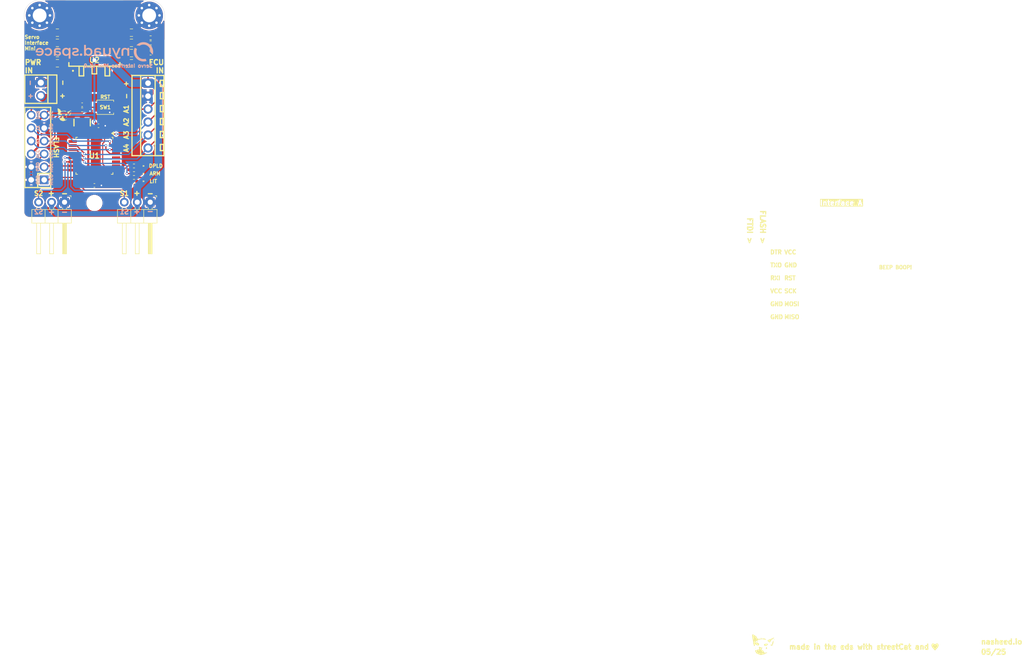
<source format=kicad_pcb>
(kicad_pcb (version 20241229) (generator "pcbnew") (generator_version "9.0")
  (layers (0 "F.Cu" signal) (2 "B.Cu" signal) (13 "F.Paste" user) (15 "B.Paste" user) (5 "F.SilkS" user "F.Silkscreen") (7 "B.SilkS" user "B.Silkscreen") (1 "F.Mask" user) (3 "B.Mask" user) (25 "Edge.Cuts" user))
  (net 0 "")
  (net 1 "BUZZ_A")
  (net 2 "GND")
  (net 3 "VIN")
  (net 4 "Net-(U1-AREF)")
  (net 5 "DTR_A")
  (net 6 "RST_A")
  (net 7 "VCC")
  (net 8 "Net-(D1-A)")
  (net 9 "Net-(D2-A)")
  (net 10 "Net-(D3-A)")
  (net 11 "MOSI_A")
  (net 12 "MISO_A")
  (net 13 "SCK_A")
  (net 14 "TXO_A")
  (net 15 "RXI_A")
  (net 16 "PYRO1_A")
  (net 17 "PYRO2_A")
  (net 18 "PYRO3_A")
  (net 19 "PYRO4_A")
  (net 20 "DEPLOYED_A")
  (net 21 "ARMED_A")
  (net 22 "Net-(U1-XTAL1{slash}PB6)")
  (net 26 "PWM2_A")
  (net 29 "SCL_A")
  (net 30 "SDA_A")
  (net 32 "PWM1_A")
  (net 33 "Net-(U1-XTAL2{slash}PB7)")
  (net 34 "unconnected-(U2-TAB-Pad4)")
  (footprint "Connector_PinHeader_2.54mm:PinHeader_1x03_P2.54mm_Horizontal" (layer "F.Cu") (at 37.305 52.225 -90)
    (property "Reference" "J2" (hide yes))
    (property "Value" "Conn_01x03_Pin")
    (pad "1" thru_hole rect (at 0 0 270) (size 1.7 1.7) (drill 1) (layers "*.Cu" "*.Mask") (net 2 "GND"))
    (pad "2" thru_hole oval (at 0 2.54 270) (size 1.7 1.7) (drill 1) (layers "*.Cu" "*.Mask") (net 7 "VCC"))
    (pad "3" thru_hole oval (at 0 5.08 270) (size 1.7 1.7) (drill 1) (layers "*.Cu" "*.Mask") (net 32 "PWM1_A"))
  )
  (footprint "Capacitor_SMD:C_0805_2012Metric" (layer "F.Cu") (at 33.625 23)
    (property "Reference" "C5" (hide yes))
    (property "Value" "47u")
    (pad "1" smd roundrect (at -0.95 0) (size 1 1.45) (layers "F.Cu" "F.Mask" "F.Paste") (net 3 "VIN"))
    (pad "2" smd roundrect (at 0.95 0) (size 1 1.45) (layers "F.Cu" "F.Mask" "F.Paste") (net 2 "GND"))
  )
  (footprint "Capacitor_SMD:C_0402_1005Metric" (layer "F.Cu") (at 23.975 33.125)
    (property "Reference" "C2" (hide yes))
    (property "Value" "100n")
    (pad "1" smd roundrect (at -0.48 0) (size 0.56 0.62) (layers "F.Cu" "F.Mask" "F.Paste") (net 5 "DTR_A"))
    (pad "2" smd roundrect (at 0.48 0) (size 0.56 0.62) (layers "F.Cu" "F.Mask" "F.Paste") (net 6 "RST_A"))
  )
  (footprint "PM254V-12-12-H85:HDR-TH_12P-P2.54-V-F-R2-C6-S2.54" (layer "F.Cu") (at 15.270003 41.5 90)
    (property "Reference" "J1" (hide yes))
    (property "Value" "Conn_02x06_Odd_Even")
    (pad "1" thru_hole rect (at -6.350013 1.270003 90) (size 1.7 1.7) (drill 1.100025) (layers "*.Cu" "*.Mask") (net 12 "MISO_A"))
    (pad "2" thru_hole circle (at -6.350013 -1.270003 90) (size 1.7 1.7) (drill 1.100025) (layers "*.Cu" "*.Mask") (net 2 "GND"))
    (pad "3" thru_hole circle (at -3.810008 1.270003 90) (size 1.7 1.7) (drill 1.100025) (layers "*.Cu" "*.Mask") (net 11 "MOSI_A"))
    (pad "4" thru_hole circle (at -3.810008 -1.270003 90) (size 1.7 1.7) (drill 1.100025) (layers "*.Cu" "*.Mask") (net 2 "GND"))
    (pad "5" thru_hole circle (at -1.270003 1.270003 90) (size 1.7 1.7) (drill 1.100025) (layers "*.Cu" "*.Mask") (net 13 "SCK_A"))
    (pad "6" thru_hole circle (at -1.270003 -1.270003 90) (size 1.7 1.7) (drill 1.100025) (layers "*.Cu" "*.Mask") (net 7 "VCC"))
    (pad "7" thru_hole circle (at 1.270003 1.270003 90) (size 1.7 1.7) (drill 1.100025) (layers "*.Cu" "*.Mask") (net 6 "RST_A"))
    (pad "8" thru_hole circle (at 1.270003 -1.270003 90) (size 1.7 1.7) (drill 1.100025) (layers "*.Cu" "*.Mask") (net 15 "RXI_A"))
    (pad "9" thru_hole circle (at 3.810008 1.270003 90) (size 1.7 1.7) (drill 1.100025) (layers "*.Cu" "*.Mask") (net 2 "GND"))
    (pad "10" thru_hole circle (at 3.810008 -1.270003 90) (size 1.7 1.7) (drill 1.100025) (layers "*.Cu" "*.Mask") (net 14 "TXO_A"))
    (pad "11" thru_hole circle (at 6.350013 1.270003 90) (size 1.7 1.7) (drill 1.100025) (layers "*.Cu" "*.Mask") (net 7 "VCC"))
    (pad "12" thru_hole circle (at 6.350013 -1.270003 90) (size 1.7 1.7) (drill 1.100025) (layers "*.Cu" "*.Mask") (net 5 "DTR_A"))
  )
  (footprint "Resistor_SMD:R_0402_1005Metric" (layer "F.Cu") (at 37.385 23 180)
    (property "Reference" "R3" (hide yes))
    (property "Value" "10k")
    (pad "1" smd roundrect (at -0.51 0 180) (size 0.54 0.64) (layers "F.Cu" "F.Mask" "F.Paste") (net 16 "PYRO1_A"))
    (pad "2" smd roundrect (at 0.51 0 180) (size 0.54 0.64) (layers "F.Cu" "F.Mask" "F.Paste") (net 7 "VCC"))
  )
  (footprint "Resistor_SMD:R_0402_1005Metric" (layer "F.Cu") (at 23.975 34.125)
    (property "Reference" "R2" (hide yes))
    (property "Value" "10k")
    (pad "1" smd roundrect (at -0.51 0) (size 0.54 0.64) (layers "F.Cu" "F.Mask" "F.Paste") (net 7 "VCC"))
    (pad "2" smd roundrect (at 0.51 0) (size 0.54 0.64) (layers "F.Cu" "F.Mask" "F.Paste") (net 6 "RST_A"))
  )
  (footprint "DB125-2_54-2P-GN:CONN-TH_DB125-2.54-2P-GN" (layer "F.Cu") (at 15.875 30.08001 -90)
    (property "Reference" "J5" (hide yes))
    (property "Value" "Screw_Terminal_01x02")
    (pad "1" thru_hole rect (at -1.270003 0 270) (size 1.8 1.8) (drill 1.2) (layers "*.Cu" "*.Mask") (net 2 "GND"))
    (pad "2" thru_hole circle (at 1.270003 0 270) (size 1.8 1.8) (drill 1.2) (layers "*.Cu" "*.Mask") (net 3 "VIN"))
  )
  (footprint "Resistor_SMD:R_0402_1005Metric" (layer "F.Cu") (at 34.125 46.625)
    (property "Reference" "R8" (hide yes))
    (property "Value" "330")
    (pad "1" smd roundrect (at -0.51 0) (size 0.54 0.64) (layers "F.Cu" "F.Mask" "F.Paste") (net 21 "ARMED_A"))
    (pad "2" smd roundrect (at 0.51 0) (size 0.54 0.64) (layers "F.Cu" "F.Mask" "F.Paste") (net 10 "Net-(D3-A)"))
  )
  (footprint "Capacitor_SMD:C_0805_2012Metric" (layer "F.Cu") (at 33.625 19)
    (property "Reference" "C7" (hide yes))
    (property "Value" "47u")
    (pad "1" smd roundrect (at -0.95 0) (size 1 1.45) (layers "F.Cu" "F.Mask" "F.Paste") (net 3 "VIN"))
    (pad "2" smd roundrect (at 0.95 0) (size 1 1.45) (layers "F.Cu" "F.Mask" "F.Paste") (net 2 "GND"))
  )
  (footprint "LOGO" (layer "F.Cu") (at 191 139.375)
    (property "Reference" "G***" (hide yes))
    (property "Value" "LOGO" (hide yes))
  )
  (footprint "Button_Switch_SMD:SW_SPST_B3U-1000P" (layer "F.Cu") (at 28.5 33.625 180)
    (property "Reference" "SW1" (at 0 0 0) (layer "F.SilkS") (effects (font (size 0.7 0.7) (thickness 0.175) (bold yes))))
    (property "Value" "SW_Push")
    (pad "1" smd rect (at -1.7 0 180) (size 0.9 1.7) (layers "F.Cu" "F.Mask" "F.Paste") (net 2 "GND"))
    (pad "2" smd rect (at 1.7 0 180) (size 0.9 1.7) (layers "F.Cu" "F.Mask" "F.Paste") (net 6 "RST_A"))
  )
  (footprint "Capacitor_SMD:C_0402_1005Metric" (layer "F.Cu") (at 26.375 48.9375 180)
    (property "Reference" "C1" (hide yes))
    (property "Value" "100n")
    (pad "1" smd roundrect (at -0.48 0 180) (size 0.56 0.62) (layers "F.Cu" "F.Mask" "F.Paste") (net 2 "GND"))
    (pad "2" smd roundrect (at 0.48 0 180) (size 0.56 0.62) (layers "F.Cu" "F.Mask" "F.Paste") (net 4 "Net-(U1-AREF)"))
  )
  (footprint "Capacitor_SMD:C_0805_2012Metric" (layer "F.Cu") (at 33.625 21)
    (property "Reference" "C6" (hide yes))
    (property "Value" "47u")
    (pad "1" smd roundrect (at -0.95 0) (size 1 1.45) (layers "F.Cu" "F.Mask" "F.Paste") (net 3 "VIN"))
    (pad "2" smd roundrect (at 0.95 0) (size 1 1.45) (layers "F.Cu" "F.Mask" "F.Paste") (net 2 "GND"))
  )
  (footprint "LED_SMD:LED_0402_1005Metric" (layer "F.Cu") (at 36 46.625 180)
    (property "Reference" "D3" (hide yes))
    (property "Value" "YELLOW (ARMED)")
    (pad "1" smd roundrect (at -0.485 0 180) (size 0.59 0.64) (layers "F.Cu" "F.Mask" "F.Paste") (net 2 "GND"))
    (pad "2" smd roundrect (at 0.485 0 180) (size 0.59 0.64) (layers "F.Cu" "F.Mask" "F.Paste") (net 10 "Net-(D3-A)"))
  )
  (footprint "CSTCE16M0V53:OSC-SMD_3P-L3.2-W1.3-P0.95-L" (layer "F.Cu") (at 23.975 36.625 180)
    (property "Reference" "Y1" (hide yes))
    (property "Value" "16MHz")
    (pad "1" smd rect (at -0.949962 0 270) (size 1.6 0.650013) (layers "F.Cu" "F.Mask" "F.Paste") (net 22 "Net-(U1-XTAL1{slash}PB6)"))
    (pad "2" smd rect (at 0 0 270) (size 1.6 0.5) (layers "F.Cu" "F.Mask" "F.Paste") (net 2 "GND"))
    (pad "3" smd rect (at 0.949962 0 270) (size 1.6 0.650013) (layers "F.Cu" "F.Mask" "F.Paste") (net 33 "Net-(U1-XTAL2{slash}PB7)"))
  )
  (footprint "Capacitor_SMD:C_0805_2012Metric" (layer "F.Cu") (at 19.125 25 180)
    (property "Reference" "C8" (hide yes))
    (property "Value" "47u")
    (pad "1" smd roundrect (at -0.95 0 180) (size 1 1.45) (layers "F.Cu" "F.Mask" "F.Paste") (net 7 "VCC"))
    (pad "2" smd roundrect (at 0.95 0 180) (size 1 1.45) (layers "F.Cu" "F.Mask" "F.Paste") (net 2 "GND"))
  )
  (footprint "MountingHole:MountingHole_2.7mm_M2.5_Pad_Via" (layer "F.Cu") (at 37.1 15.621196)
    (property "Reference" "H1" (hide yes))
    (property "Value" "MountingHole_Pad")
    (pad "1" thru_hole circle (at -2.025 0) (size 0.8 0.8) (drill 0.5) (layers "*.Cu" "*.Mask") (net 2 "GND"))
    (pad "1" thru_hole circle (at -1.431891 -1.431891) (size 0.8 0.8) (drill 0.5) (layers "*.Cu" "*.Mask") (net 2 "GND"))
    (pad "1" thru_hole circle (at -1.431891 1.431891) (size 0.8 0.8) (drill 0.5) (layers "*.Cu" "*.Mask") (net 2 "GND"))
    (pad "1" thru_hole circle (at 0 -2.025) (size 0.8 0.8) (drill 0.5) (layers "*.Cu" "*.Mask") (net 2 "GND"))
    (pad "1" thru_hole circle (at 0 0) (size 5.4 5.4) (drill 2.7) (layers "*.Cu" "*.Mask") (net 2 "GND"))
    (pad "1" thru_hole circle (at 0 2.025) (size 0.8 0.8) (drill 0.5) (layers "*.Cu" "*.Mask") (net 2 "GND"))
    (pad "1" thru_hole circle (at 1.431891 -1.431891) (size 0.8 0.8) (drill 0.5) (layers "*.Cu" "*.Mask") (net 2 "GND"))
    (pad "1" thru_hole circle (at 1.431891 1.431891) (size 0.8 0.8) (drill 0.5) (layers "*.Cu" "*.Mask") (net 2 "GND"))
    (pad "1" thru_hole circle (at 2.025 0) (size 0.8 0.8) (drill 0.5) (layers "*.Cu" "*.Mask") (net 2 "GND"))
  )
  (footprint "Capacitor_SMD:C_0805_2012Metric" (layer "F.Cu") (at 19.127972 23 180)
    (property "Reference" "C9" (hide yes))
    (property "Value" "47u")
    (pad "1" smd roundrect (at -0.95 0 180) (size 1 1.45) (layers "F.Cu" "F.Mask" "F.Paste") (net 7 "VCC"))
    (pad "2" smd roundrect (at 0.95 0 180) (size 1 1.45) (layers "F.Cu" "F.Mask" "F.Paste") (net 2 "GND"))
  )
  (footprint "LOGO" (layer "F.Cu") (at 157.125 138.875)
    (property "Reference" "G***" (hide yes))
    (property "Value" "LOGO" (hide yes))
  )
  (footprint "LED_SMD:LED_0402_1005Metric" (layer "F.Cu") (at 36 48.125 180)
    (property "Reference" "D1" (hide yes))
    (property "Value" "RED (LIT)")
    (pad "1" smd roundrect (at -0.485 0 180) (size 0.59 0.64) (layers "F.Cu" "F.Mask" "F.Paste") (net 2 "GND"))
    (pad "2" smd roundrect (at 0.485 0 180) (size 0.59 0.64) (layers "F.Cu" "F.Mask" "F.Paste") (net 8 "Net-(D1-A)"))
  )
  (footprint "MountingHole:MountingHole_2.7mm" (layer "F.Cu") (at 26.375 52.375)
    (property "Reference" "H3" (hide yes))
    (property "Value" "MountingHole")
    (pad "" np_thru_hole circle (at 0 0) (size 2.7 2.7) (drill 2.7) (layers "*.Cu" "*.Mask"))
  )
  (footprint "LM1084S-5-TR:TO-263-3_L8.6-W10.2-P2.54-LS14.4-TL" (layer "F.Cu") (at 26.375 23.25 90)
    (property "Reference" "U2" (at -1.119971 0 0) (layer "F.SilkS") (effects (font (thickness 0.2) (bold yes))))
    (property "Value" "LM1084S-5_0/TR")
    (pad "1" smd rect (at -5.128753 -2.540005 90) (size 4.5 1.510998) (layers "F.Cu" "F.Mask" "F.Paste") (net 2 "GND"))
    (pad "2" smd rect (at -5.128753 0 90) (size 4.5 1.510998) (layers "F.Cu" "F.Mask" "F.Paste") (net 7 "VCC"))
    (pad "3" smd rect (at -5.128753 2.540005 90) (size 4.5 1.510998) (layers "F.Cu" "F.Mask" "F.Paste") (net 3 "VIN"))
    (pad "4" smd rect (at 5.128804 0 90) (size 10.020015 10.800025) (layers "F.Cu" "F.Mask" "F.Paste") (net 34 "unconnected-(U2-TAB-Pad4)"))
  )
  (footprint "Connector_PinHeader_2.54mm:PinHeader_1x03_P2.54mm_Horizontal" (layer "F.Cu") (at 20.525 52.225 -90)
    (property "Reference" "J3" (hide yes))
    (property "Value" "Conn_01x03_Pin")
    (pad "1" thru_hole rect (at 0 0 270) (size 1.7 1.7) (drill 1) (layers "*.Cu" "*.Mask") (net 2 "GND"))
    (pad "2" thru_hole oval (at 0 2.54 270) (size 1.7 1.7) (drill 1) (layers "*.Cu" "*.Mask") (net 7 "VCC"))
    (pad "3" thru_hole oval (at 0 5.08 270) (size 1.7 1.7) (drill 1) (layers "*.Cu" "*.Mask") (net 26 "PWM2_A"))
  )
  (footprint "MountingHole:MountingHole_2.7mm_M2.5_Pad_Via" (layer "F.Cu") (at 15.65 15.621196)
    (property "Reference" "H2" (hide yes))
    (property "Value" "MountingHole_Pad")
    (pad "1" thru_hole circle (at -2.025 0) (size 0.8 0.8) (drill 0.5) (layers "*.Cu" "*.Mask") (net 2 "GND"))
    (pad "1" thru_hole circle (at -1.431891 -1.431891) (size 0.8 0.8) (drill 0.5) (layers "*.Cu" "*.Mask") (net 2 "GND"))
    (pad "1" thru_hole circle (at -1.431891 1.431891) (size 0.8 0.8) (drill 0.5) (layers "*.Cu" "*.Mask") (net 2 "GND"))
    (pad "1" thru_hole circle (at 0 -2.025) (size 0.8 0.8) (drill 0.5) (layers "*.Cu" "*.Mask") (net 2 "GND"))
    (pad "1" thru_hole circle (at 0 0) (size 5.4 5.4) (drill 2.7) (layers "*.Cu" "*.Mask") (net 2 "GND"))
    (pad "1" thru_hole circle (at 0 2.025) (size 0.8 0.8) (drill 0.5) (layers "*.Cu" "*.Mask") (net 2 "GND"))
    (pad "1" thru_hole circle (at 1.431891 -1.431891) (size 0.8 0.8) (drill 0.5) (layers "*.Cu" "*.Mask") (net 2 "GND"))
    (pad "1" thru_hole circle (at 1.431891 1.431891) (size 0.8 0.8) (drill 0.5) (layers "*.Cu" "*.Mask") (net 2 "GND"))
    (pad "1" thru_hole circle (at 2.025 0) (size 0.8 0.8) (drill 0.5) (layers "*.Cu" "*.Mask") (net 2 "GND"))
  )
  (footprint "Resistor_SMD:R_0402_1005Metric" (layer "F.Cu") (at 34.125 48.125)
    (property "Reference" "R1" (hide yes))
    (property "Value" "330")
    (pad "1" smd roundrect (at -0.51 0) (size 0.54 0.64) (layers "F.Cu" "F.Mask" "F.Paste") (net 13 "SCK_A"))
    (pad "2" smd roundrect (at 0.51 0) (size 0.54 0.64) (layers "F.Cu" "F.Mask" "F.Paste") (net 8 "Net-(D1-A)"))
  )
  (footprint "DB125-2_54-6P-GN:CONN-TH_DB125-2.54-6P-GN" (layer "F.Cu") (at 36.875 35.25 -90)
    (property "Reference" "J4" (hide yes))
    (property "Value" "Screw_Terminal_01x06")
    (pad "1" thru_hole rect (at -6.350013 0 270) (size 1.8 1.8) (drill 1.100025) (layers "*.Cu" "*.Mask") (net 7 "VCC"))
    (pad "2" thru_hole circle (at -3.810008 0 270) (size 1.8 1.8) (drill 1.100025) (layers "*.Cu" "*.Mask") (net 2 "GND"))
    (pad "3" thru_hole circle (at -1.270003 0 270) (size 1.8 1.8) (drill 1.100025) (layers "*.Cu" "*.Mask") (net 16 "PYRO1_A"))
    (pad "4" thru_hole circle (at 1.270003 0 270) (size 1.8 1.8) (drill 1.100025) (layers "*.Cu" "*.Mask") (net 17 "PYRO2_A"))
    (pad "5" thru_hole circle (at 3.810008 0 270) (size 1.8 1.8) (drill 1.100025) (layers "*.Cu" "*.Mask") (net 18 "PYRO3_A"))
    (pad "6" thru_hole circle (at 6.350013 0 270) (size 1.8 1.8) (drill 1.100025) (layers "*.Cu" "*.Mask") (net 19 "PYRO4_A"))
  )
  (footprint "Capacitor_SMD:C_0805_2012Metric" (layer "F.Cu") (at 19.125 19 180)
    (property "Reference" "C11" (hide yes))
    (property "Value" "47u")
    (pad "1" smd roundrect (at -0.95 0 180) (size 1 1.45) (layers "F.Cu" "F.Mask" "F.Paste") (net 7 "VCC"))
    (pad "2" smd roundrect (at 0.95 0 180) (size 1 1.45) (layers "F.Cu" "F.Mask" "F.Paste") (net 2 "GND"))
  )
  (footprint "Resistor_SMD:R_0402_1005Metric" (layer "F.Cu") (at 37.385 22 180)
    (property "Reference" "R4" (hide yes))
    (property "Value" "10k")
    (pad "1" smd roundrect (at -0.51 0 180) (size 0.54 0.64) (layers "F.Cu" "F.Mask" "F.Paste") (net 17 "PYRO2_A"))
    (pad "2" smd roundrect (at 0.51 0 180) (size 0.54 0.64) (layers "F.Cu" "F.Mask" "F.Paste") (net 7 "VCC"))
  )
  (footprint "Resistor_SMD:R_0402_1005Metric" (layer "F.Cu") (at 37.385 20 180)
    (property "Reference" "R6" (hide yes))
    (property "Value" "10k")
    (pad "1" smd roundrect (at -0.51 0 180) (size 0.54 0.64) (layers "F.Cu" "F.Mask" "F.Paste") (net 19 "PYRO4_A"))
    (pad "2" smd roundrect (at 0.51 0 180) (size 0.54 0.64) (layers "F.Cu" "F.Mask" "F.Paste") (net 7 "VCC"))
  )
  (footprint "Package_QFP:TQFP-32_7x7mm_P0.8mm" (layer "F.Cu") (at 26.375 43.125 -90)
    (property "Reference" "U1" (at 0 0 0) (layer "F.SilkS") (effects (font (thickness 0.25) (bold yes))))
    (property "Value" "ATmega328P-A")
    (pad "1" smd rect (at -4.25 -2.8 270) (size 1.6 0.55) (layers "F.Cu" "F.Mask" "F.Paste") (net 17 "PYRO2_A"))
    (pad "2" smd rect (at -4.25 -2 270) (size 1.6 0.55) (layers "F.Cu" "F.Mask" "F.Paste") (net 20 "DEPLOYED_A"))
    (pad "3" smd rect (at -4.25 -1.2 270) (size 1.6 0.55) (layers "F.Cu" "F.Mask" "F.Paste") (net 2 "GND"))
    (pad "4" smd rect (at -4.25 -0.4 270) (size 1.6 0.55) (layers "F.Cu" "F.Mask" "F.Paste") (net 7 "VCC"))
    (pad "5" smd rect (at -4.25 0.4 270) (size 1.6 0.55) (layers "F.Cu" "F.Mask" "F.Paste") (net 2 "GND"))
    (pad "6" smd rect (at -4.25 1.2 270) (size 1.6 0.55) (layers "F.Cu" "F.Mask" "F.Paste") (net 7 "VCC"))
    (pad "7" smd rect (at -4.25 2 270) (size 1.6 0.55) (layers "F.Cu" "F.Mask" "F.Paste") (net 22 "Net-(U1-XTAL1{slash}PB6)"))
    (pad "8" smd rect (at -4.25 2.8 270) (size 1.6 0.55) (layers "F.Cu" "F.Mask" "F.Paste") (net 33 "Net-(U1-XTAL2{slash}PB7)"))
    (pad "9" smd rect (at -2.8 4.25) (size 1.6 0.55) (layers "F.Cu" "F.Mask" "F.Paste"))
    (pad "10" smd rect (at -2 4.25) (size 1.6 0.55) (layers "F.Cu" "F.Mask" "F.Paste") (net 18 "PYRO3_A"))
    (pad "11" smd rect (at -1.2 4.25) (size 1.6 0.55) (layers "F.Cu" "F.Mask" "F.Paste") (net 19 "PYRO4_A"))
    (pad "12" smd rect (at -0.4 4.25) (size 1.6 0.55) (layers "F.Cu" "F.Mask" "F.Paste") (net 21 "ARMED_A"))
    (pad "13" smd rect (at 0.4 4.25) (size 1.6 0.55) (layers "F.Cu" "F.Mask" "F.Paste") (net 32 "PWM1_A"))
    (pad "14" smd rect (at 1.2 4.25) (size 1.6 0.55) (layers "F.Cu" "F.Mask" "F.Paste") (net 26 "PWM2_A"))
    (pad "15" smd rect (at 2 4.25) (size 1.6 0.55) (layers "F.Cu" "F.Mask" "F.Paste") (net 11 "MOSI_A"))
    (pad "16" smd rect (at 2.8 4.25) (size 1.6 0.55) (layers "F.Cu" "F.Mask" "F.Paste") (net 12 "MISO_A"))
    (pad "17" smd rect (at 4.25 2.8 270) (size 1.6 0.55) (layers "F.Cu" "F.Mask" "F.Paste") (net 13 "SCK_A"))
    (pad "18" smd rect (at 4.25 2 270) (size 1.6 0.55) (layers "F.Cu" "F.Mask" "F.Paste") (net 7 "VCC"))
    (pad "19" smd rect (at 4.25 1.2 270) (size 1.6 0.55) (layers "F.Cu" "F.Mask" "F.Paste"))
    (pad "20" smd rect (at 4.25 0.4 270) (size 1.6 0.55) (layers "F.Cu" "F.Mask" "F.Paste") (net 4 "Net-(U1-AREF)"))
    (pad "21" smd rect (at 4.25 -0.4 270) (size 1.6 0.55) (layers "F.Cu" "F.Mask" "F.Paste") (net 2 "GND"))
    (pad "22" smd rect (at 4.25 -1.2 270) (size 1.6 0.55) (layers "F.Cu" "F.Mask" "F.Paste"))
    (pad "23" smd rect (at 4.25 -2 270) (size 1.6 0.55) (layers "F.Cu" "F.Mask" "F.Paste"))
    (pad "24" smd rect (at 4.25 -2.8 270) (size 1.6 0.55) (layers "F.Cu" "F.Mask" "F.Paste"))
    (pad "25" smd rect (at 2.8 -4.25) (size 1.6 0.55) (layers "F.Cu" "F.Mask" "F.Paste") (net 1 "BUZZ_A"))
    (pad "26" smd rect (at 2 -4.25) (size 1.6 0.55) (layers "F.Cu" "F.Mask" "F.Paste"))
    (pad "27" smd rect (at 1.2 -4.25) (size 1.6 0.55) (layers "F.Cu" "F.Mask" "F.Paste") (net 30 "SDA_A"))
    (pad "28" smd rect (at 0.4 -4.25) (size 1.6 0.55) (layers "F.Cu" "F.Mask" "F.Paste") (net 29 "SCL_A"))
    (pad "29" smd rect (at -0.4 -4.25) (size 1.6 0.55) (layers "F.Cu" "F.Mask" "F.Paste") (net 6 "RST_A"))
    (pad "30" smd rect (at -1.2 -4.25) (size 1.6 0.55) (layers "F.Cu" "F.Mask" "F.Paste") (net 15 "RXI_A"))
    (pad "31" smd rect (at -2 -4.25) (size 1.6 0.55) (layers "F.Cu" "F.Mask" "F.Paste") (net 14 "TXO_A"))
    (pad "32" smd rect (at -2.8 -4.25) (size 1.6 0.55) (layers "F.Cu" "F.Mask" "F.Paste") (net 16 "PYRO1_A"))
  )
  (footprint "LED_SMD:LED_0402_1005Metric" (layer "F.Cu") (at 36 45.125 180)
    (property "Reference" "D2" (hide yes))
    (property "Value" "GREEN (DPLYD)")
    (pad "1" smd roundrect (at -0.485 0 180) (size 0.59 0.64) (layers "F.Cu" "F.Mask" "F.Paste") (net 2 "GND"))
    (pad "2" smd roundrect (at 0.485 0 180) (size 0.59 0.64) (layers "F.Cu" "F.Mask" "F.Paste") (net 9 "Net-(D2-A)"))
  )
  (footprint "Resistor_SMD:R_0402_1005Metric" (layer "F.Cu") (at 34.125 45.125)
    (property "Reference" "R7" (hide yes))
    (property "Value" "330")
    (pad "1" smd roundrect (at -0.51 0) (size 0.54 0.64) (layers "F.Cu" "F.Mask" "F.Paste") (net 20 "DEPLOYED_A"))
    (pad "2" smd roundrect (at 0.51 0) (size 0.54 0.64) (layers "F.Cu" "F.Mask" "F.Paste") (net 9 "Net-(D2-A)"))
  )
  (footprint "Capacitor_SMD:C_0402_1005Metric" (layer "F.Cu") (at 27.175 37.25 180)
    (property "Reference" "C3" (hide yes))
    (property "Value" "100n")
    (pad "1" smd roundrect (at -0.48 0 180) (size 0.56 0.62) (layers "F.Cu" "F.Mask" "F.Paste") (net 2 "GND"))
    (pad "2" smd roundrect (at 0.48 0 180) (size 0.56 0.62) (layers "F.Cu" "F.Mask" "F.Paste") (net 7 "VCC"))
  )
  (footprint "Capacitor_SMD:C_0805_2012Metric" (layer "F.Cu") (at 19.125 21 180)
    (property "Reference" "C10" (hide yes))
    (property "Value" "47u")
    (pad "1" smd roundrect (at -0.95 0 180) (size 1 1.45) (layers "F.Cu" "F.Mask" "F.Paste") (net 7 "VCC"))
    (pad "2" smd roundrect (at 0.95 0 180) (size 1 1.45) (layers "F.Cu" "F.Mask" "F.Paste") (net 2 "GND"))
  )
  (footprint "LOGO" (layer "F.Cu") (at 20.5 35.125)
    (property "Reference" "G***" (hide yes))
    (property "Value" "LOGO" (hide yes))
  )
  (footprint "Resistor_SMD:R_0402_1005Metric" (layer "F.Cu") (at 37.385 21 180)
    (property "Reference" "R5" (hide yes))
    (property "Value" "10k")
    (pad "1" smd roundrect (at -0.51 0 180) (size 0.54 0.64) (layers "F.Cu" "F.Mask" "F.Paste") (net 18 "PYRO3_A"))
    (pad "2" smd roundrect (at 0.51 0 180) (size 0.54 0.64) (layers "F.Cu" "F.Mask" "F.Paste") (net 7 "VCC"))
  )
  (footprint "Capacitor_SMD:C_0805_2012Metric" (layer "F.Cu") (at 33.625 25)
    (property "Reference" "C4" (hide yes))
    (property "Value" "47u")
    (pad "1" smd roundrect (at -0.95 0) (size 1 1.45) (layers "F.Cu" "F.Mask" "F.Paste") (net 3 "VIN"))
    (pad "2" smd roundrect (at 0.95 0) (size 1 1.45) (layers "F.Cu" "F.Mask" "F.Paste") (net 2 "GND"))
  )
  (footprint "LOGO" (layer "B.Cu") (at 26.375 22.75 180)
    (property "Reference" "G***" (hide yes))
    (property "Value" "LOGO" (hide yes))
  )
  (gr_line (start 40.125 15.625) (end 40.125162 54.125) (stroke (width 0.05)) (layer "Edge.Cuts"))
  (gr_line (start 15.625 12.625) (end 37.125 12.625) (stroke (width 0.05)) (layer "Edge.Cuts"))
  (gr_arc (start 40.125 54.125) (mid 39.832107 54.832107) (end 39.125 55.125) (stroke (width 0.05)) (layer "Edge.Cuts"))
  (gr_arc (start 13.625 55.125) (mid 12.917893 54.832107) (end 12.625 54.125) (stroke (width 0.05)) (layer "Edge.Cuts"))
  (gr_arc (start 37.125 12.625) (mid 39.24632 13.50368) (end 40.125 15.625) (stroke (width 0.05)) (layer "Edge.Cuts"))
  (gr_arc (start 12.625 15.625) (mid 13.50368 13.50368) (end 15.625 12.625) (stroke (width 0.05)) (layer "Edge.Cuts"))
  (gr_line (start 12.625 54.125) (end 12.625 15.625) (stroke (width 0.05)) (layer "Edge.Cuts"))
  (gr_line (start 39.125 55.125) (end 13.625 55.125) (stroke (width 0.05)) (layer "Edge.Cuts"))
  (gr_text "-" (at 32.625 31.439992 90) (layer "F.SilkS") (effects (font (size 0.9 0.9) (thickness 0.225) (bold yes))))
  (gr_text "+" (at 20.125 31.350013 0) (layer "F.SilkS") (effects (font (size 0.9 0.9) (thickness 0.225) (bold yes))))
  (gr_text "ARM" (at 37.075 46.625 0) (layer "F.SilkS") (effects (font (size 0.7 0.7) (thickness 0.175) (bold yes)) (justify left)))
  (gr_text "GND" (at 158.625 72.185008 0) (layer "F.SilkS") (effects (font (size 0.8 0.8) (thickness 0.2) (bold yes)) (justify left)))
  (gr_text "+" (at 34.765 50.5 270) (layer "F.SilkS") (effects (font (size 1 1) (thickness 0.25) (bold yes))))
  (gr_text "-" (at 37.305 50.5 0) (layer "F.SilkS") (effects (font (size 1 1) (thickness 0.25) (bold yes))))
  (gr_text "S1" (at 32.225 50.5 0) (layer "F.SilkS") (effects (font (size 0.9 0.9) (thickness 0.225) (bold yes))))
  (gr_text "+" (at 32.625 29.084994 180) (layer "F.SilkS") (effects (font (size 0.9 0.9) (thickness 0.225) (bold yes))))
  (gr_text "Interface A" (at 172.625 52.375 0) (layer "F.SilkS" knockout) (effects (font (size 1 1) (thickness 0.25) (bold yes))))
  (gr_text "VCC" (at 161.375 62.024987 0) (layer "F.SilkS") (effects (font (size 0.8 0.8) (thickness 0.2) (bold yes)) (justify left)))
  (gr_text "FLASH >" (at 157.270003 60.524987 270) (layer "F.SilkS") (effects (font (size 1 1) (thickness 0.25) (bold yes)) (justify right)))
  (gr_text "FCU\nIN" (at 40.125 25.625 0) (layer "F.SilkS") (effects (font (size 1 1) (thickness 0.25) (bold yes)) (justify right)))
  (gr_text "nasheed.io" (at 199.875 138.375 0) (layer "F.SilkS") (effects (font (size 1 1) (thickness 0.25) (bold yes)) (justify left)))
  (gr_text "GND" (at 158.625 74.725013 0) (layer "F.SilkS") (effects (font (size 0.8 0.8) (thickness 0.2) (bold yes)) (justify left)))
  (gr_text "+" (at 17.985 50.5 270) (layer "F.SilkS") (effects (font (size 1 1) (thickness 0.25) (bold yes))))
  (gr_text "A4" (at 32.625 41.600013 90) (layer "F.SilkS") (effects (font (size 0.9 0.9) (thickness 0.225) (bold yes))))
  (gr_text "TXO" (at 158.625 64.564992 0) (layer "F.SilkS") (effects (font (size 0.8 0.8) (thickness 0.2) (bold yes)) (justify left)))
  (gr_text "MOSI" (at 161.375 72.185008 0) (layer "F.SilkS") (effects (font (size 0.8 0.8) (thickness 0.2) (bold yes)) (justify left)))
  (gr_text "-" (at 20.525 50.5 0) (layer "F.SilkS") (effects (font (size 1 1) (thickness 0.25) (bold yes))))
  (gr_text "Servo\nInterface\nMini" (at 12.625 21 0) (layer "F.SilkS") (effects (font (size 0.7 0.7) (thickness 0.175) (bold yes)) (justify left)))
  (gr_text "SCK" (at 161.375 69.645003 0) (layer "F.SilkS") (effects (font (size 0.8 0.8) (thickness 0.2) (bold yes)) (justify left)))
  (gr_text "LIT" (at 37.075 48.125 0) (layer "F.SilkS") (effects (font (size 0.7 0.7) (thickness 0.175) (bold yes)) (justify left)))
  (gr_text "VCC" (at 158.625 69.645003 0) (layer "F.SilkS") (effects (font (size 0.8 0.8) (thickness 0.2) (bold yes)) (justify left)))
  (gr_text "A2" (at 32.625 36.520003 90) (layer "F.SilkS") (effects (font (size 0.9 0.9) (thickness 0.225) (bold yes))))
  (gr_text "S2" (at 15.445 50.5 0) (layer "F.SilkS") (effects (font (size 0.9 0.9) (thickness 0.225) (bold yes))))
  (gr_text "BEEP BOOP!" (at 183.25 65 0) (layer "F.SilkS") (effects (font (size 0.7 0.7) (thickness 0.175) (bold yes))))
  (gr_text "05/25" (at 199.875 140.375 0) (layer "F.SilkS") (effects (font (size 1 1) (thickness 0.25) (bold yes)) (justify left)))
  (gr_text "FTDI >" (at 154.729997 60.524987 270) (layer "F.SilkS") (effects (font (size 1 1) (thickness 0.25) (bold yes)) (justify right)))
  (gr_text "RST" (at 161.375 67.104997 0) (layer "F.SilkS") (effects (font (size 0.8 0.8) (thickness 0.2) (bold yes)) (justify left)))
  (gr_text "made in the eds with streetCat and" (at 176.125 139.375 0) (layer "F.SilkS") (effects (font (size 1 1) (thickness 0.25) (bold yes))))
  (gr_text "DPLD" (at 36.95 45.125 0) (layer "F.SilkS") (effects (font (size 0.7 0.7) (thickness 0.175) (bold yes)) (justify left)))
  (gr_text "PWR\nIN" (at 12.625 25.625 0) (layer "F.SilkS") (effects (font (size 1 1) (thickness 0.25) (bold yes)) (justify left)))
  (gr_text "RST" (at 28.5 31.625 0) (layer "F.SilkS") (effects (font (size 0.7 0.7) (thickness 0.175) (bold yes))))
  (gr_text "DTR" (at 158.625 62.024987 0) (layer "F.SilkS") (effects (font (size 0.8 0.8) (thickness 0.2) (bold yes)) (justify left)))
  (gr_text "A1" (at 32.625 33.979997 90) (layer "F.SilkS") (effects (font (size 0.9 0.9) (thickness 0.225) (bold yes))))
  (gr_text "FLASH" (at 18.875 41.5 270) (layer "F.SilkS") (effects (font (size 0.9 0.9) (thickness 0.225) (bold yes))))
  (gr_text "-" (at 20.125 28.810007 90) (layer "F.SilkS") (effects (font (size 0.9 0.9) (thickness 0.225) (bold yes))))
  (gr_text "RXI" (at 158.625 67.104997 0) (layer "F.SilkS") (effects (font (size 0.8 0.8) (thickness 0.2) (bold yes)) (justify left)))
  (gr_text "A3" (at 32.625 39.060013 90) (layer "F.SilkS") (effects (font (size 0.9 0.9) (thickness 0.225) (bold yes))))
  (gr_text "GND" (at 161.375 64.564992 0) (layer "F.SilkS") (effects (font (size 0.8 0.8) (thickness 0.2) (bold yes)) (justify left)))
  (gr_text "MISO" (at 161.375 74.725013 0) (layer "F.SilkS") (effects (font (size 0.8 0.8) (thickness 0.2) (bold yes)) (justify left)))
  (gr_text "GND" (at 17.875 37.689987 270) (layer "B.SilkS") (effects (font (size 0.6 0.6) (thickness 0.15) (bold yes)) (justify mirror)))
  (gr_text "-" (at 13.875 28.834994 270) (layer "B.SilkS") (effects (font (size 0.9 0.9) (thickness 0.225) (bold yes)) (justify mirror)))
  (gr_text "Servo Interface Mini V1.0" (at 37.875 25.5 0) (layer "B.SilkS") (effects (font (size 0.7 0.7) (thickness 0.175) (bold yes)) (justify left mirror)))
  (gr_text "VCC" (at 15.25 42.769987 270) (layer "B.SilkS") (effects (font (size 0.6 0.6) (thickness 0.15) (bold yes)) (justify mirror)))
  (gr_text "+" (at 17.985 54.125 0) (layer "B.SilkS") (effects (font (size 1 1) (thickness 0.25) (bold yes)) (justify mirror)))
  (gr_text "TX" (at 15.25 37.689987 270) (layer "B.SilkS") (effects (font (size 0.6 0.6) (thickness 0.15) (bold yes)) (justify mirror)))
  (gr_text "MOSI" (at 17.875 45.309987 270) (layer "B.SilkS") (effects (font (size 0.6 0.6) (thickness 0.15) (bold yes)) (justify mirror)))
  (gr_text "RX" (at 15.25 40.229987 270) (layer "B.SilkS") (effects (font (size 0.6 0.6) (thickness 0.15) (bold yes)) (justify mirror)))
  (gr_text "-" (at 37.305 54.125 180) (layer "B.SilkS") (effects (font (size 1 1) (thickness 0.25) (bold yes)) (justify mirror)))
  (gr_text "GND" (at 15.25 47.849987 270) (layer "B.SilkS") (effects (font (size 0.6 0.6) (thickness 0.15) (bold yes)) (justify mirror)))
  (gr_text "+" (at 34.765 54.125 270) (layer "B.SilkS") (effects (font (size 1 1) (thickness 0.25) (bold yes)) (justify mirror)))
  (gr_text "GND" (at 15.25 45.309987 270) (layer "B.SilkS") (effects (font (size 0.6 0.6) (thickness 0.15) (bold yes)) (justify mirror)))
  (gr_text "+" (at 13.875 31.375 0) (layer "B.SilkS") (effects (font (size 0.9 0.9) (thickness 0.225) (bold yes)) (justify mirror)))
  (gr_text "MISO" (at 17.875 47.849987 270) (layer "B.SilkS") (effects (font (size 0.6 0.6) (thickness 0.15) (bold yes)) (justify mirror)))
  (gr_text "VCC" (at 17.875 35.149987 270) (layer "B.SilkS") (effects (font (size 0.6 0.6) (thickness 0.15) (bold yes)) (justify mirror)))
  (gr_text "SCK" (at 17.875 42.769987 270) (layer "B.SilkS") (effects (font (size 0.6 0.6) (thickness 0.15) (bold yes)) (justify mirror)))
  (gr_text "-" (at 20.525 54.125 0) (layer "B.SilkS") (effects (font (size 1 1) (thickness 0.25) (bold yes)) (justify mirror)))
  (gr_text "DTR" (at 15.25 35.149987 270) (layer "B.SilkS") (effects (font (size 0.6 0.6) (thickness 0.15) (bold yes)) (justify mirror)))
  (gr_text "S2" (at 15.445 54.125 0) (layer "B.SilkS") (effects (font (size 0.9 0.9) (thickness 0.225) (bold yes)) (justify mirror)))
  (gr_text "RST" (at 17.875 40.229987 270) (layer "B.SilkS") (effects (font (size 0.6 0.6) (thickness 0.15) (bold yes)) (justify mirror)))
  (gr_text "S1" (at 32.225 54.125 0) (layer "B.SilkS") (effects (font (size 0.9 0.9) (thickness 0.225) (bold yes)) (justify mirror)))
  (segment (start 18.175 25) (end 18.175 28.854997) (width 1) (layer "F.Cu") (net 2))
  (segment (start 27.575 39.872) (end 27.575 38.875) (width 0.4) (layer "F.Cu") (net 2))
  (segment (start 25.975 38.875) (end 25.975 39.872) (width 0.4) (layer "F.Cu") (net 2))
  (segment (start 29.375 34.375) (end 29.625 34.125) (width 0.4) (layer "F.Cu") (net 2))
  (segment (start 24.75 35.25) (end 24.25 35.25) (width 0.25) (layer "F.Cu") (net 2))
  (segment (start 26.855 48.9375) (end 26.855 47.455) (width 0.25) (layer "F.Cu") (net 2))
  (segment (start 27.411 40.036) (end 27.575 39.872) (width 0.4) (layer "F.Cu") (net 2))
  (segment (start 14 47.850013) (end 14 45.310008) (width 0.4) (layer "F.Cu") (net 2))
  (segment (start 18.175 25) (end 18.175 19) (width 1) (layer "F.Cu") (net 2))
  (segment (start 25.975 39.872) (end 26.139 40.036) (width 0.4) (layer "F.Cu") (net 2))
  (segment (start 23.358751 28.854997) (end 15.91999 28.854997) (width 1.5) (layer "F.Cu") (net 2))
  (segment (start 15.91999 28.854997) (end 15.875 28.810007) (width 1.5) (layer "F.Cu") (net 2))
  (segment (start 23.834995 28.378753) (end 23.358751 28.854997) (width 1.5) (layer "F.Cu") (net 2))
  (segment (start 23.975 35.525) (end 23.975 36.475) (width 0.25) (layer "F.Cu") (net 2))
  (segment (start 25.5 34.5) (end 24.75 35.25) (width 0.25) (layer "F.Cu") (net 2))
  (segment (start 29.375 34.625) (end 29.375 34.375) (width 0.4) (layer "F.Cu") (net 2))
  (segment (start 34.575 19) (end 34.575 25) (width 1) (layer "F.Cu") (net 2))
  (segment (start 26.139 40.036) (end 27.411 40.036) (width 0.4) (layer "F.Cu") (net 2))
  (segment (start 27.575 37.33) (end 27.655 37.25) (width 0.4) (layer "F.Cu") (net 2))
  (segment (start 25.5 34.375) (end 25.5 34.5) (width 0.25) (layer "F.Cu") (net 2))
  (segment (start 23.975 36.475) (end 24 36.5) (width 0.25) (layer "F.Cu") (net 2))
  (segment (start 24.25 35.25) (end 23.975 35.525) (width 0.25) (layer "F.Cu") (net 2))
  (segment (start 26.855 48.9375) (end 27.75 48.9375) (width 0.25) (layer "F.Cu") (net 2))
  (segment (start 24 36.5) (end 23.975 36.5) (width 0.25) (layer "F.Cu") (net 2))
  (segment (start 28.5 37.25) (end 27.655 37.25) (width 0.25) (layer "F.Cu") (net 2))
  (segment (start 26.855 47.455) (end 26.775 47.375) (width 0.25) (layer "F.Cu") (net 2))
  (segment (start 29.625 34.125) (end 30.2 34.125) (width 0.4) (layer "F.Cu") (net 2))
  (segment (start 26.775 47.375) (end 26.775 40.1) (width 0.4) (layer "F.Cu") (net 2))
  (segment (start 27.575 38.875) (end 27.575 37.33) (width 0.4) (layer "F.Cu") (net 2))
  (via (at 27.75 48.9375) (size 0.5) (drill 0.3) (layers "F.Cu" "B.Cu") (net 2))
  (via (at 28.5 37.25) (size 0.5) (drill 0.3) (layers "F.Cu" "B.Cu") (net 2))
  (via (at 29.375 34.625) (size 0.5) (drill 0.3) (layers "F.Cu" "B.Cu") (net 2))
  (via (at 25.5 34.375) (size 0.5) (drill 0.3) (layers "F.Cu" "B.Cu") (net 2))
  (segment (start 16.229997 31.75) (end 28.25 31.75) (width 1.5) (layer "F.Cu") (net 3))
  (segment (start 32.675 19) (end 32.675 24.128804) (width 1) (layer "F.Cu") (net 3))
  (segment (start 15.875 31.395003) (end 16.229997 31.75) (width 1.5) (layer "F.Cu") (net 3))
  (segment (start 28.915005 28.378753) (end 28.915005 24.375) (width 1.5) (layer "F.Cu") (net 3))
  (segment (start 32.675 23) (end 32.675 25.246196) (width 1) (layer "F.Cu") (net 3))
  (segment (start 28.915005 31.084995) (end 28.915005 28.378753) (width 1.5) (layer "F.Cu") (net 3))
  (segment (start 28.915005 24.375) (end 32.4 24.375) (width 1.5) (layer "F.Cu") (net 3))
  (segment (start 28.25 31.75) (end 28.915005 31.084995) (width 1.5) (layer "F.Cu") (net 3))
  (segment (start 25.895 48.9375) (end 25.895 47.455) (width 0.25) (layer "F.Cu") (net 4))
  (segment (start 25.895 47.455) (end 25.975 47.375) (width 0.25) (layer "F.Cu") (net 4))
  (segment (start 14.875 33.25) (end 23.37 33.25) (width 0.25) (layer "F.Cu") (net 5))
  (segment (start 23.37 33.25) (end 23.495 33.125) (width 0.25) (layer "F.Cu") (net 5))
  (segment (start 14 35.149987) (end 14 34.125) (width 0.25) (layer "F.Cu") (net 5))
  (segment (start 14 34.125) (end 14.875 33.25) (width 0.25) (layer "F.Cu") (net 5))
  (segment (start 24.455 34.095) (end 24.485 34.125) (width 0.25) (layer "F.Cu") (net 6))
  (segment (start 19.875 34.75) (end 24 34.75) (width 0.25) (layer "F.Cu") (net 6))
  (segment (start 16.540006 40.229997) (end 17.770003 40.229997) (width 0.25) (layer "F.Cu") (net 6))
  (segment (start 24.455 33.625) (end 26.8 33.625) (width 0.25) (layer "F.Cu") (net 6))
  (segment (start 29.416981 42.725) (end 30.625 42.725) (width 0.25) (layer "F.Cu") (net 6))
  (segment (start 24 34.75) (end 24.485 34.265) (width 0.25) (layer "F.Cu") (net 6))
  (segment (start 24.455 33.125) (end 24.455 33.625) (width 0.25) (layer "F.Cu") (net 6))
  (segment (start 18.625 39.375) (end 18.625 36) (width 0.25) (layer "F.Cu") (net 6))
  (segment (start 18.625 36) (end 19.875 34.75) (width 0.25) (layer "F.Cu") (net 6))
  (segment (start 28.625 41.125) (end 28.625 41.933019) (width 0.25) (layer "F.Cu") (net 6))
  (segment (start 24.485 34.265) (end 24.485 34.125) (width 0.25) (layer "F.Cu") (net 6))
  (segment (start 28.625 41.933019) (end 29.416981 42.725) (width 0.25) (layer "F.Cu") (net 6))
  (segment (start 17.770003 40.229997) (end 18.625 39.375) (width 0.25) (layer "F.Cu") (net 6))
  (segment (start 24.455 33.625) (end 24.455 34.095) (width 0.25) (layer "F.Cu") (net 6))
  (via (at 28.625 41.125) (size 0.5) (drill 0.3) (layers "F.Cu" "B.Cu") (net 6))
  (segment (start 20.729997 40.229997) (end 21.625 41.125) (width 0.25) (layer "B.Cu") (net 6))
  (segment (start 21.625 41.125) (end 28.625 41.125) (width 0.25) (layer "B.Cu") (net 6))
  (segment (start 16.540006 40.229997) (end 20.729997 40.229997) (width 0.25) (layer "B.Cu") (net 6))
  (segment (start 23.465 34.125) (end 23.34 34) (width 0.25) (layer "F.Cu") (net 7))
  (segment (start 25.175 38.875) (end 25.175 45.075) (width 0.4) (layer "F.Cu") (net 7))
  (segment (start 24.375 45.875) (end 24.375 47.375) (width 0.4) (layer "F.Cu") (net 7))
  (segment (start 26.375 28.378753) (end 26.375 24.375) (width 1.5) (layer "F.Cu") (net 7))
  (segment (start 23.34 34) (end 17.689993 34) (width 0.25) (layer "F.Cu") (net 7))
  (segment (start 26.695 36.82) (end 26.695 37.25) (width 0.4) (layer "F.Cu") (net 7))
  (segment (start 26.775 38.875) (end 26.775 37.33) (width 0.4) (layer "F.Cu") (net 7))
  (segment (start 26.375 24.375) (end 20.5 24.375) (width 1.5) (layer "F.Cu") (net 7))
  (segment (start 26.775 37.33) (end 26.695 37.25) (width 0.4) (layer "F.Cu") (net 7))
  (segment (start 17.689993 34) (end 16.540006 35.149987) (width 0.25) (layer "F.Cu") (net 7))
  (segment (start 25.175 38.075) (end 26 37.25) (width 0.4) (layer "F.Cu") (net 7))
  (segment (start 36.875 28.399987) (end 36.875 20) (width 0.25) (layer "F.Cu") (net 7))
  (segment (start 20.075 19) (end 20.075 25) (width 1) (layer "F.Cu") (net 7))
  (segment (start 37.365 28.409987) (end 36.875 28.899987) (width 0.25) (layer "F.Cu") (net 7))
  (segment (start 15.329006 41.440997) (end 15.329006 36.360987) (width 0.4) (layer "F.Cu") (net 7))
  (segment (start 14 42.770003) (end 15.329006 41.440997) (width 0.4) (layer "F.Cu") (net 7))
  (segment (start 15.329006 36.360987) (end 16.540006 35.149987) (width 0.4) (layer "F.Cu") (net 7))
  (segment (start 26.375 36.5) (end 26.695 36.82) (width 0.4) (layer "F.Cu") (net 7))
  (segment (start 25.175 45.075) (end 24.375 45.875) (width 0.4) (layer "F.Cu") (net 7))
  (segment (start 25.175 38.875) (end 25.175 38.075) (width 0.4) (layer "F.Cu") (net 7))
  (segment (start 26 37.25) (end 26.695 37.25) (width 0.4) (layer "F.Cu") (net 7))
  (via (at 26.375 24.375) (size 1.5) (drill 0.75) (layers "F.Cu" "B.Cu") (net 7))
  (via (at 26.375 36.5) (size 0.5) (drill 0.3) (layers "F.Cu" "B.Cu") (net 7))
  (segment (start 34.765 53.485) (end 34.765 52.225) (width 1) (layer "B.Cu") (net 7))
  (segment (start 26.375 24.375) (end 29.0625 24.375) (width 1.5) (layer "B.Cu") (net 7))
  (segment (start 26.375 35.149987) (end 26.375 24.375) (width 0.4) (layer "B.Cu") (net 7))
  (segment (start 17.985 53.427081) (end 19.033919 54.476) (width 1) (layer "B.Cu") (net 7))
  (segment (start 29.0625 24.375) (end 33.587487 28.899987) (width 1.5) (layer "B.Cu") (net 7))
  (segment (start 19.033919 54.476) (end 33.774 54.476) (width 1) (layer "B.Cu") (net 7))
  (segment (start 33.587487 28.899987) (end 36.875 28.899987) (width 1.5) (layer "B.Cu") (net 7))
  (segment (start 34.765 52.225) (end 34.765 49.235) (width 1.5) (layer "B.Cu") (net 7))
  (segment (start 26.375 36.5) (end 26.375 35.149987) (width 0.4) (layer "B.Cu") (net 7))
  (segment (start 33.774 54.476) (end 34.765 53.485) (width 1) (layer "B.Cu") (net 7))
  (segment (start 26.375 35.149987) (end 16.540006 35.149987) (width 0.4) (layer "B.Cu") (net 7))
  (segment (start 38.875 45.125) (end 38.875 29.875) (width 1.5) (layer "B.Cu") (net 7))
  (segment (start 17.985 52.225) (end 17.985 53.427081) (width 1) (layer "B.Cu") (net 7))
  (segment (start 38.875 29.875) (end 37.899987 28.899987) (width 1.5) (layer "B.Cu") (net 7))
  (segment (start 37.899987 28.899987) (end 36.875 28.899987) (width 1.5) (layer "B.Cu") (net 7))
  (segment (start 34.765 49.235) (end 38.875 45.125) (width 1.5) (layer "B.Cu") (net 7))
  (segment (start 34.635 48.125) (end 35.515 48.125) (width 0.4) (layer "F.Cu") (net 8))
  (segment (start 34.635 45.125) (end 35.515 45.125) (width 0.4) (layer "F.Cu") (net 9))
  (segment (start 34.635 46.625) (end 35.515 46.625) (width 0.4) (layer "F.Cu") (net 10))
  (segment (start 16.725014 45.125) (end 16.540006 45.310008) (width 0.25) (layer "F.Cu") (net 11))
  (segment (start 22.125 45.125) (end 16.725014 45.125) (width 0.25) (layer "F.Cu") (net 11))
  (segment (start 22.125 45.925) (end 19.324999 45.925) (width 0.25) (layer "F.Cu") (net 12))
  (segment (start 19.324999 45.925) (end 17.399986 47.850013) (width 0.25) (layer "F.Cu") (net 12))
  (segment (start 17.399986 47.850013) (end 16.540006 47.850013) (width 0.25) (layer "F.Cu") (net 12))
  (segment (start 15.625 49.375) (end 17.9375 49.375) (width 0.25) (layer "F.Cu") (net 13))
  (segment (start 24.5 49.875) (end 32.75 49.875) (width 0.25) (layer "F.Cu") (net 13))
  (segment (start 23.575 48.95) (end 24.5 49.875) (width 0.25) (layer "F.Cu") (net 13))
  (segment (start 19.9375 47.375) (end 23.575 47.375) (width 0.25) (layer "F.Cu") (net 13))
  (segment (start 15.25 49) (end 15.625 49.375) (width 0.25) (layer "F.Cu") (net 13))
  (segment (start 33.615 49.01) (end 33.615 48.125) (width 0.25) (layer "F.Cu") (net 13))
  (segment (start 23.575 47.375) (end 23.575 48.95) (width 0.25) (layer "F.Cu") (net 13))
  (segment (start 32.75 49.875) (end 33.615 49.01) (width 0.25) (layer "F.Cu") (net 13))
  (segment (start 17.9375 49.375) (end 19.9375 47.375) (width 0.25) (layer "F.Cu") (net 13))
  (segment (start 15.25 44.060009) (end 15.25 49) (width 0.25) (layer "F.Cu") (net 13))
  (segment (start 16.540006 42.770003) (end 15.25 44.060009) (width 0.25) (layer "F.Cu") (net 13))
  (segment (start 29.625 41.125) (end 30.625 41.125) (width 0.25) (layer "F.Cu") (net 14))
  (segment (start 29.414998 40.914998) (end 29.625 41.125) (width 0.25) (layer "F.Cu") (net 14))
  (segment (start 29.414998 40.25) (end 29.414998 40.914998) (width 0.25) (layer "F.Cu") (net 14))
  (via (at 29.375 40.325) (size 0.5) (drill 0.3) (layers "F.Cu" "B.Cu") (net 14))
  (segment (start 22.25 40.25) (end 21 39) (width 0.25) (layer "B.Cu") (net 14))
  (segment (start 21 39) (end 15.310008 39) (width 0.25) (layer "B.Cu") (net 14))
  (segment (start 29.414998 40.25) (end 22.25 40.25) (width 0.25) (layer "B.Cu") (net 14))
  (segment (start 15.310008 39) (end 14 37.689992) (width 0.25) (layer "B.Cu") (net 14))
  (segment (start 29.375 41.925) (end 30.625 41.925) (width 0.25) (layer "F.Cu") (net 15))
  (segment (start 29.374293 41.925707) (end 29.375 41.925) (width 0.25) (layer "F.Cu") (net 15))
  (via (at 29.374293 41.925707) (size 0.5) (drill 0.3) (layers "F.Cu" "B.Cu") (net 15))
  (segment (start 20.4375 41.5) (end 15.270003 41.5) (width 0.25) (layer "B.Cu") (net 15))
  (segment (start 20.863207 41.925707) (end 20.4375 41.5) (width 0.25) (layer "B.Cu") (net 15))
  (segment (start 29.374293 41.925707) (end 20.863207 41.925707) (width 0.25) (layer "B.Cu") (net 15))
  (segment (start 15.270003 41.5) (end 14 40.229997) (width 0.25) (layer "B.Cu") (net 15))
  (segment (start 38.375 23.48) (end 37.895 23) (width 0.25) (layer "F.Cu") (net 16))
  (segment (start 34.55 40.325) (end 30.625 40.325) (width 0.25) (layer "F.Cu") (net 16))
  (segment (start 38.375 32.479997) (end 38.375 23.48) (width 0.25) (layer "F.Cu") (net 16))
  (segment (start 35.25 34.5) (end 35.25 39.625) (width 0.25) (layer "F.Cu") (net 16))
  (segment (start 36.875 33.979997) (end 38.375 32.479997) (width 0.25) (layer "F.Cu") (net 16))
  (segment (start 35.25 39.625) (end 34.55 40.325) (width 0.25) (layer "F.Cu") (net 16))
  (segment (start 35.770003 33.979997) (end 35.25 34.5) (width 0.25) (layer "F.Cu") (net 16))
  (segment (start 36.875 33.979997) (end 35.770003 33.979997) (width 0.25) (layer "F.Cu") (net 16))
  (segment (start 38.875 22.5) (end 38.375 22) (width 0.25) (layer "F.Cu") (net 17))
  (segment (start 38.375 22) (end 37.895 22) (width 0.25) (layer "F.Cu") (net 17))
  (segment (start 36.875 36.520003) (end 38.875 34.520003) (width 0.25) (layer "F.Cu") (net 17))
  (segment (start 29.175 38.875) (end 30.625 38.875) (width 0.25) (layer "F.Cu") (net 17))
  (segment (start 38.875 34.520003) (end 38.875 22.5) (width 0.25) (layer "F.Cu") (net 17))
  (via (at 30.625 38.875) (size 0.5) (drill 0.3) (layers "F.Cu" "B.Cu") (net 17))
  (segment (start 34.520003 38.875) (end 30.625 38.875) (width 0.25) (layer "B.Cu") (net 17))
  (segment (start 36.875 36.520003) (end 34.520003 38.875) (width 0.25) (layer "B.Cu") (net 17))
  (segment (start 36.875 39.060008) (end 39.375 36.560008) (width 0.25) (layer "F.Cu") (net 18))
  (segment (start 24.375 42.625) (end 24.375 42.725) (width 0.25) (layer "F.Cu") (net 18))
  (segment (start 38.5625 21) (end 37.895 21) (width 0.25) (layer "F.Cu") (net 18))
  (segment (start 39.375 36.560008) (end 39.375 21.8125) (width 0.25) (layer "F.Cu") (net 18))
  (segment (start 22.875 41.125) (end 24.375 42.625) (width 0.25) (layer "F.Cu") (net 18))
  (segment (start 39.375 21.8125) (end 38.5625 21) (width 0.25) (layer "F.Cu") (net 18))
  (segment (start 22.125 41.125) (end 22.875 41.125) (width 0.25) (layer "F.Cu") (net 18))
  (via (at 24.375 42.725) (size 0.5) (drill 0.3) (layers "F.Cu" "B.Cu") (net 18))
  (segment (start 24.525 42.875) (end 33.060008 42.875) (width 0.25) (layer "B.Cu") (net 18))
  (segment (start 24.375 42.725) (end 24.525 42.875) (width 0.25) (layer "B.Cu") (net 18))
  (segment (start 33.060008 42.875) (end 36.875 39.060008) (width 0.25) (layer "B.Cu") (net 18))
  (segment (start 38.875 20) (end 37.895 20) (width 0.25) (layer "F.Cu") (net 19))
  (segment (start 22.816981 41.925) (end 24.375 43.483019) (width 0.25) (layer "F.Cu") (net 19))
  (segment (start 39.875 21) (end 38.875 20) (width 0.25) (layer "F.Cu") (net 19))
  (segment (start 36.875 41.600013) (end 39.875 38.600013) (width 0.25) (layer "F.Cu") (net 19))
  (segment (start 22.125 41.925) (end 22.816981 41.925) (width 0.25) (layer "F.Cu") (net 19))
  (segment (start 24.375 43.483019) (end 24.375 43.525) (width 0.25) (layer "F.Cu") (net 19))
  (segment (start 39.875 38.600013) (end 39.875 21) (width 0.25) (layer "F.Cu") (net 19))
  (via (at 24.375 43.525) (size 0.5) (drill 0.3) (layers "F.Cu" "B.Cu") (net 19))
  (segment (start 24.375 43.525) (end 24.6 43.75) (width 0.25) (layer "B.Cu") (net 19))
  (segment (start 24.6 43.75) (end 34.725013 43.75) (width 0.25) (layer "B.Cu") (net 19))
  (segment (start 34.725013 43.75) (end 36.875 41.600013) (width 0.25) (layer "B.Cu") (net 19))
  (segment (start 28.375 38.875) (end 28.375 40.353553) (width 0.2) (layer "F.Cu") (net 20))
  (segment (start 28 40.728553) (end 28 44.75) (width 0.2) (layer "F.Cu") (net 20))
  (segment (start 29.75 46.5) (end 31.5 46.5) (width 0.2) (layer "F.Cu") (net 20))
  (segment (start 28 44.75) (end 29.75 46.5) (width 0.2) (layer "F.Cu") (net 20))
  (segment (start 31.5 46.5) (end 32.875 45.125) (width 0.2) (layer "F.Cu") (net 20))
  (segment (start 32.875 45.125) (end 33.615 45.125) (width 0.2) (layer "F.Cu") (net 20))
  (segment (start 28.375 40.353553) (end 28 40.728553) (width 0.2) (layer "F.Cu") (net 20))
  (segment (start 24.375 44.283019) (end 24.375 44.325) (width 0.25) (layer "F.Cu") (net 21))
  (segment (start 22.816981 42.725) (end 24.375 44.283019) (width 0.25) (layer "F.Cu") (net 21))
  (segment (start 22.125 42.725) (end 22.816981 42.725) (width 0.25) (layer "F.Cu") (net 21))
  (segment (start 32.75 46.625) (end 33.615 46.625) (width 0.25) (layer "F.Cu") (net 21))
  (via (at 32.75 46.625) (size 0.5) (drill 0.3) (layers "F.Cu" "B.Cu") (net 21))
  (via (at 24.375 44.325) (size 0.5) (drill 0.3) (layers "F.Cu" "B.Cu") (net 21))
  (segment (start 32.125 44.625) (end 32.75 45.25) (width 0.25) (layer "B.Cu") (net 21))
  (segment (start 24.375 44.325) (end 24.675 44.625) (width 0.25) (layer "B.Cu") (net 21))
  (segment (start 32.75 45.25) (end 32.75 46.625) (width 0.25) (layer "B.Cu") (net 21))
  (segment (start 24.675 44.625) (end 32.125 44.625) (width 0.25) (layer "B.Cu") (net 21))
  (segment (start 24.924962 37.275038) (end 24.375 37.825) (width 0.25) (layer "F.Cu") (net 22))
  (segment (start 24.375 37.825) (end 24.375 38.875) (width 0.25) (layer "F.Cu") (net 22))
  (segment (start 24.924962 36.5) (end 24.924962 37.275038) (width 0.25) (layer "F.Cu") (net 22))
  (segment (start 20.625 44.325) (end 22.125 44.325) (width 0.25) (layer "F.Cu") (net 26))
  (via (at 20.625 44.325) (size 0.5) (drill 0.3) (layers "F.Cu" "B.Cu") (net 26))
  (segment (start 15.445 52.225) (end 15.445 50.555) (width 0.25) (layer "B.Cu") (net 26))
  (segment (start 16.125 49.875) (end 19.875 49.875) (width 0.25) (layer "B.Cu") (net 26))
  (segment (start 15.445 50.555) (end 16.125 49.875) (width 0.25) (layer "B.Cu") (net 26))
  (segment (start 19.875 49.875) (end 20.625 49.125) (width 0.25) (layer "B.Cu") (net 26))
  (segment (start 20.625 49.125) (end 20.625 44.375) (width 0.25) (layer "B.Cu") (net 26))
  (segment (start 20.625 43.525) (end 22.125 43.525) (width 0.25) (layer "F.Cu") (net 32))
  (via (at 20.625 43.525) (size 0.5) (drill 0.3) (layers "F.Cu" "B.Cu") (net 32))
  (segment (start 20.625 43.525) (end 21.15 43.525) (width 0.25) (layer "B.Cu") (net 32))
  (segment (start 31.5 49.875) (end 32.225 50.6) (width 0.25) (layer "B.Cu") (net 32))
  (segment (start 22.5 49.875) (end 31.5 49.875) (width 0.25) (layer "B.Cu") (net 32))
  (segment (start 32.225 50.6) (end 32.225 52.225) (width 0.25) (layer "B.Cu") (net 32))
  (segment (start 21.75 49.125) (end 22.5 49.875) (width 0.25) (layer "B.Cu") (net 32))
  (segment (start 21.75 44.125) (end 21.75 49.125) (width 0.25) (layer "B.Cu") (net 32))
  (segment (start 21.15 43.525) (end 21.75 44.125) (width 0.25) (layer "B.Cu") (net 32))
  (segment (start 23.025038 37.275038) (end 23.025038 36.75) (width 0.25) (layer "F.Cu") (net 33))
  (segment (start 23.575 38.875) (end 23.575 37.825) (width 0.25) (layer "F.Cu") (net 33))
  (segment (start 23.575 37.825) (end 23.025038 37.275038) (width 0.25) (layer "F.Cu") (net 33))
  (segment (start 26.375 18.121196) (end 26.882196 17.614) (width 1) (layer "F.Cu") (net 34))
  (segment (start 25.867804 17.614) (end 26.375 18.121196) (width 1) (layer "F.Cu") (net 34))
  (zone (net 2) (net_name "GND") (layers "F.Cu" "B.Cu") (connect_pads thru_hole_only (clearance 0.3)) (min_thickness 0.25) (fill yes (thermal_gap 0.25) (thermal_bridge_width 1) (island_removal_mode 2) (island_area_min 10))
    (polygon (pts (xy 12.625 12.625) (xy 12.5 55.125) (xy 40.125 55.125) (xy 40.125 12.625)))
  )
)
</source>
